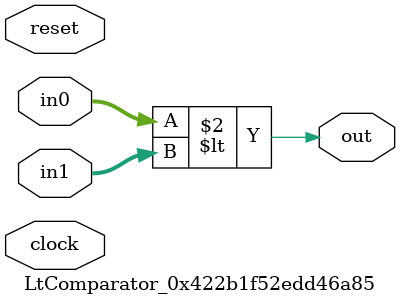
<source format=v>
module LtComparator_0x422b1f52edd46a85
(
  input  wire [   0:0] clock,
  input  wire [  15:0] in0,
  input  wire [  15:0] in1,
  output reg  [   0:0] out,
  input  wire [   0:0] reset
);
  always @ (*) begin
    out = (in0 < in1);
  end
endmodule
</source>
